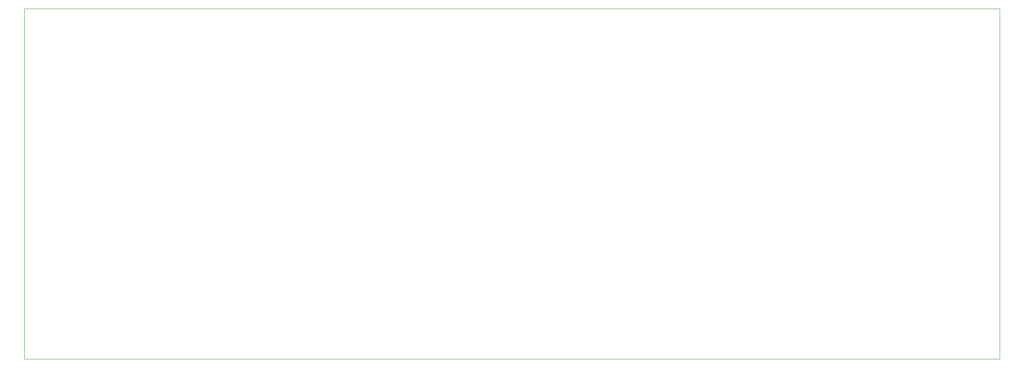
<source format=gbr>
%TF.GenerationSoftware,KiCad,Pcbnew,(5.1.9)-1*%
%TF.CreationDate,2021-04-16T14:26:57+02:00*%
%TF.ProjectId,dc_link,64635f6c-696e-46b2-9e6b-696361645f70,rev?*%
%TF.SameCoordinates,Original*%
%TF.FileFunction,Profile,NP*%
%FSLAX46Y46*%
G04 Gerber Fmt 4.6, Leading zero omitted, Abs format (unit mm)*
G04 Created by KiCad (PCBNEW (5.1.9)-1) date 2021-04-16 14:26:57*
%MOMM*%
%LPD*%
G01*
G04 APERTURE LIST*
%TA.AperFunction,Profile*%
%ADD10C,0.050000*%
%TD*%
G04 APERTURE END LIST*
D10*
X39370000Y-51435000D02*
X239395000Y-51435000D01*
X39370000Y-123317000D02*
X39370000Y-51435000D01*
X239395000Y-123317000D02*
X39370000Y-123317000D01*
X239395000Y-51435000D02*
X239395000Y-123317000D01*
M02*

</source>
